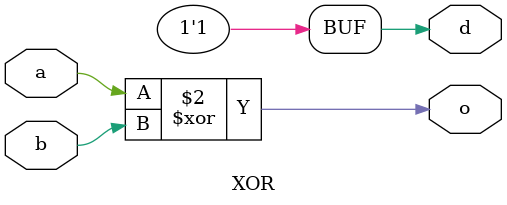
<source format=v>
module XOR(a, b, o, d);

    input a, b;
    output reg o, d;

    always @(a, b)
    begin
        d = 0;
        o = a^b;
        d = 1;
    end
endmodule
</source>
